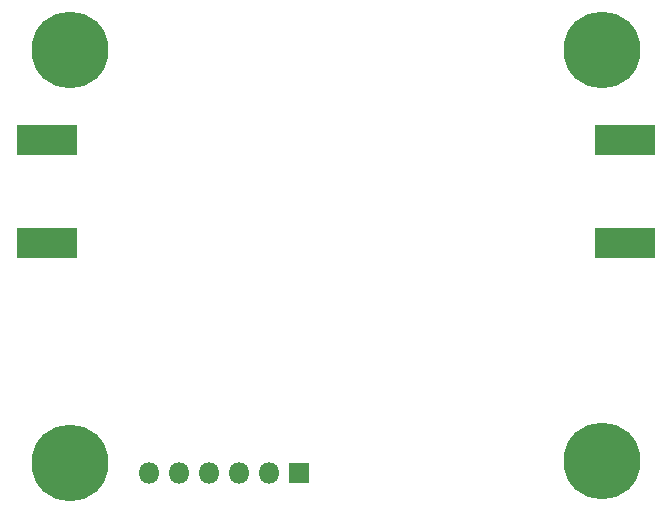
<source format=gbr>
%TF.GenerationSoftware,KiCad,Pcbnew,(5.1.6-0-10_14)*%
%TF.CreationDate,2021-02-23T09:24:48-06:00*%
%TF.ProjectId,MBFrontEnd,4d424672-6f6e-4744-956e-642e6b696361,rev?*%
%TF.SameCoordinates,Original*%
%TF.FileFunction,Soldermask,Bot*%
%TF.FilePolarity,Negative*%
%FSLAX46Y46*%
G04 Gerber Fmt 4.6, Leading zero omitted, Abs format (unit mm)*
G04 Created by KiCad (PCBNEW (5.1.6-0-10_14)) date 2021-02-23 09:24:48*
%MOMM*%
%LPD*%
G01*
G04 APERTURE LIST*
%ADD10C,6.500000*%
%ADD11R,5.180000X2.520000*%
%ADD12R,1.800000X1.800000*%
%ADD13O,1.800000X1.800000*%
G04 APERTURE END LIST*
D10*
%TO.C,REF\u002A\u002A*%
X60000000Y-110000000D03*
%TD*%
%TO.C,REF\u002A\u002A*%
X105000000Y-110000000D03*
%TD*%
%TO.C,REF\u002A\u002A*%
X60000000Y-145000000D03*
%TD*%
%TO.C,REF\u002A\u002A*%
X105000000Y-144780000D03*
%TD*%
D11*
%TO.C,J1*%
X57980000Y-117620000D03*
X57980000Y-126380000D03*
%TD*%
%TO.C,J2*%
X106970000Y-117620000D03*
X106970000Y-126380000D03*
%TD*%
D12*
%TO.C,J3*%
X79390000Y-145800000D03*
D13*
X76850000Y-145800000D03*
X74310000Y-145800000D03*
X71770000Y-145800000D03*
X69230000Y-145800000D03*
X66690000Y-145800000D03*
%TD*%
M02*

</source>
